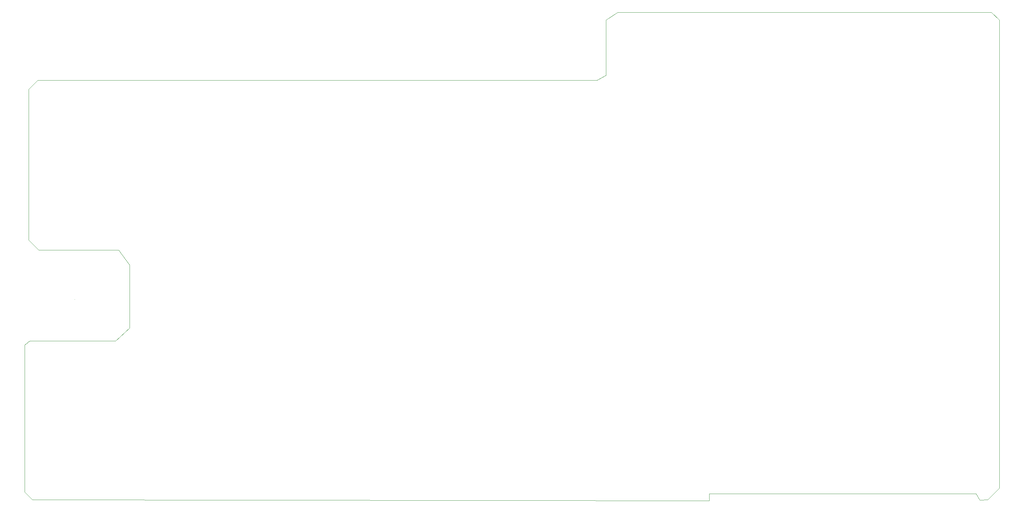
<source format=gbr>
%TF.GenerationSoftware,KiCad,Pcbnew,7.0.6*%
%TF.CreationDate,2023-11-08T16:42:48+01:00*%
%TF.ProjectId,mb.2024.0.2,6d622e32-3032-4342-9e30-2e322e6b6963,rev?*%
%TF.SameCoordinates,Original*%
%TF.FileFunction,Profile,NP*%
%FSLAX46Y46*%
G04 Gerber Fmt 4.6, Leading zero omitted, Abs format (unit mm)*
G04 Created by KiCad (PCBNEW 7.0.6) date 2023-11-08 16:42:48*
%MOMM*%
%LPD*%
G01*
G04 APERTURE LIST*
%TA.AperFunction,Profile*%
%ADD10C,0.100000*%
%TD*%
G04 APERTURE END LIST*
D10*
X165000000Y-31000000D02*
X162000000Y-33000000D01*
X37338000Y-114554000D02*
X15494000Y-114554000D01*
X162000000Y-33000000D02*
X162000000Y-46990000D01*
X17526000Y-48260000D02*
X15240000Y-50546000D01*
X256980000Y-155020000D02*
X259000000Y-155000000D01*
X15240000Y-88900000D02*
X17780000Y-91440000D01*
X159750000Y-48260000D02*
X17526000Y-48260000D01*
X260000000Y-31000000D02*
X165000000Y-31000000D01*
X27000000Y-104000000D02*
X27000000Y-104000000D01*
X262000000Y-152000000D02*
X262000000Y-33000000D01*
X38100000Y-91440000D02*
X40894000Y-95250000D01*
X17780000Y-91440000D02*
X38100000Y-91440000D01*
X15494000Y-114554000D02*
X14240000Y-115570000D01*
X162000000Y-46990000D02*
X159750000Y-48260000D01*
X14240000Y-153000000D02*
X16240000Y-155000000D01*
X14240000Y-115570000D02*
X14240000Y-153000000D01*
X259000000Y-155000000D02*
X262000000Y-152000000D01*
X40894000Y-111252000D02*
X40894000Y-95250000D01*
X188270000Y-153400000D02*
X188214000Y-155194000D01*
X15240000Y-50546000D02*
X15240000Y-88900000D01*
X256032000Y-153416000D02*
X256980000Y-155020000D01*
X40894000Y-111252000D02*
X37338000Y-114554000D01*
X16240000Y-155000000D02*
X188214000Y-155194000D01*
X188270000Y-153400000D02*
X256032000Y-153416000D01*
X260000000Y-31000000D02*
X262000000Y-33000000D01*
M02*

</source>
